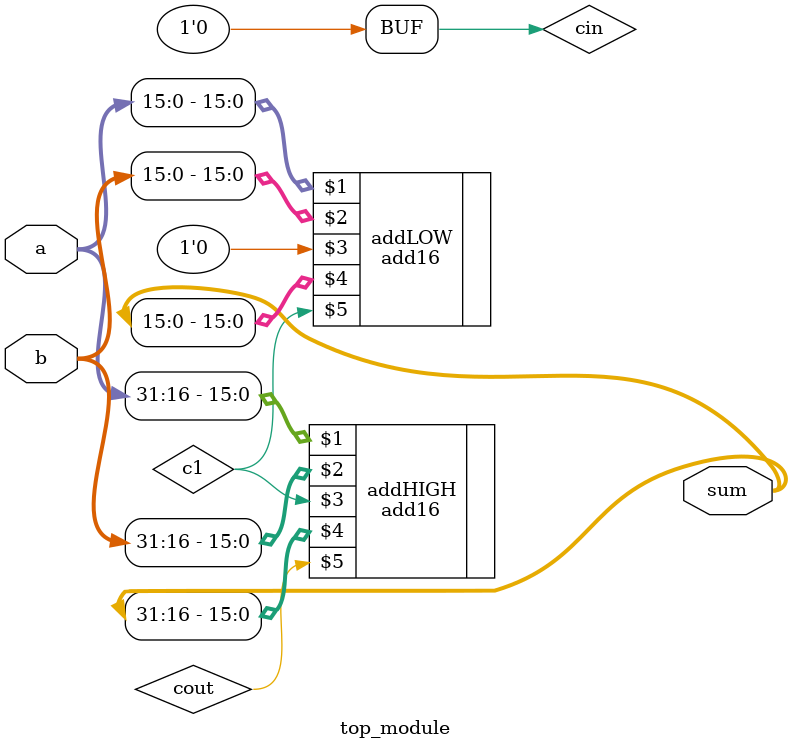
<source format=v>
/* The provided module add16 has the following declaration:

module add16 ( input[15:0] a, input[15:0] b, input cin, output[15:0] sum, output cout );    */

module top_module(
    input [31:0] a,
    input [31:0] b,
    output [31:0] sum
);
    wire cin=0, c1, cout;
    add16 addLOW  (a[15:0], b[15:0], cin, sum[15:0], c1);
    add16 addHIGH (a[31:16], b[31:16], c1, sum[31:16], cout);

endmodule

</source>
